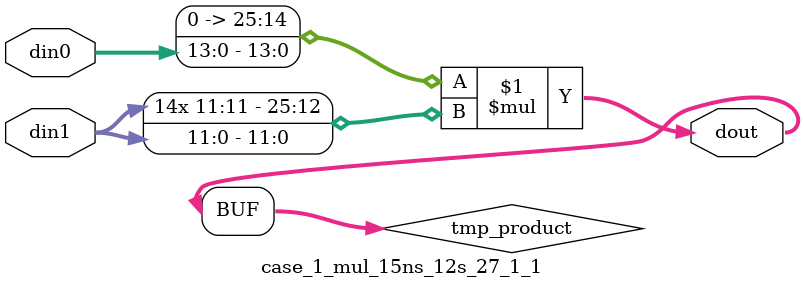
<source format=v>

`timescale 1 ns / 1 ps

 (* use_dsp = "no" *)  module case_1_mul_15ns_12s_27_1_1(din0, din1, dout);
parameter ID = 1;
parameter NUM_STAGE = 0;
parameter din0_WIDTH = 14;
parameter din1_WIDTH = 12;
parameter dout_WIDTH = 26;

input [din0_WIDTH - 1 : 0] din0; 
input [din1_WIDTH - 1 : 0] din1; 
output [dout_WIDTH - 1 : 0] dout;

wire signed [dout_WIDTH - 1 : 0] tmp_product;

























assign tmp_product = $signed({1'b0, din0}) * $signed(din1);










assign dout = tmp_product;





















endmodule

</source>
